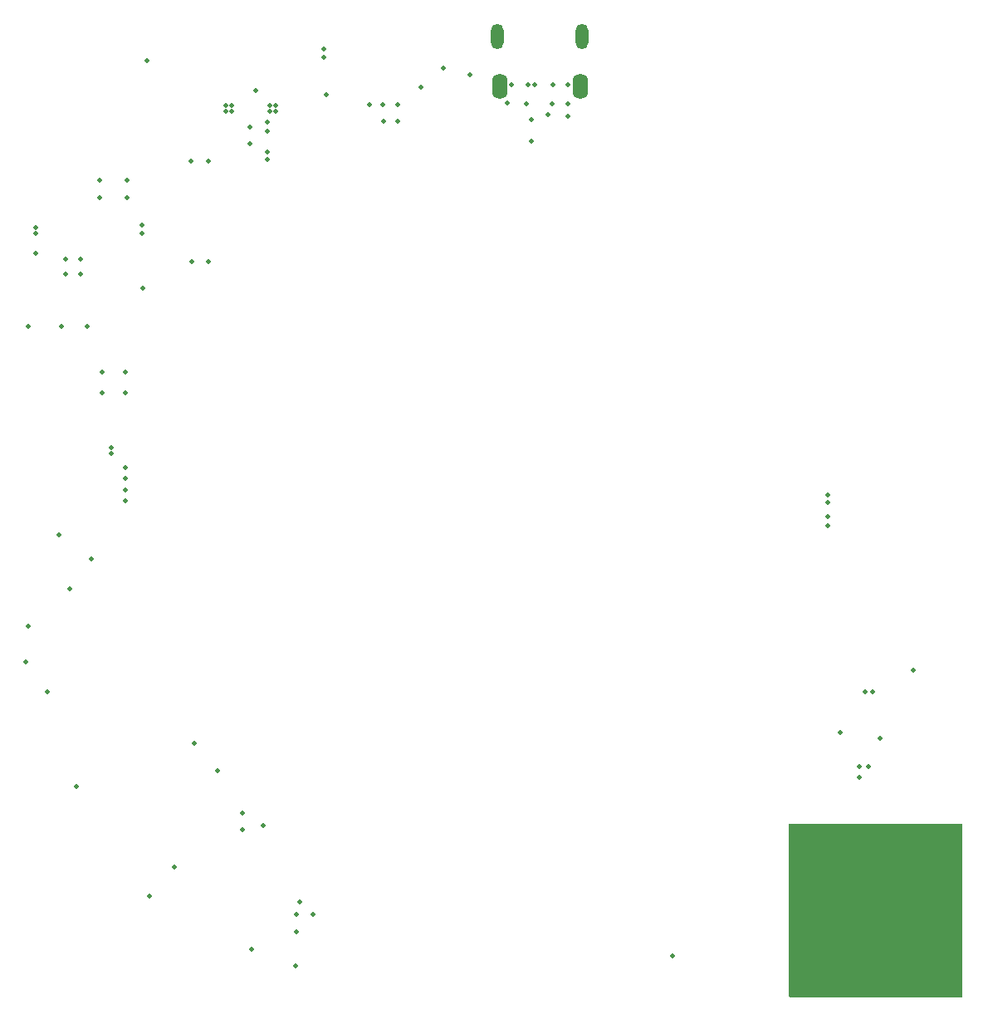
<source format=gbr>
%TF.GenerationSoftware,KiCad,Pcbnew,7.0.2*%
%TF.CreationDate,2024-06-02T17:27:24+02:00*%
%TF.ProjectId,Podgrzewacz,506f6467-727a-4657-9761-637a2e6b6963,rev?*%
%TF.SameCoordinates,Original*%
%TF.FileFunction,Copper,L4,Bot*%
%TF.FilePolarity,Positive*%
%FSLAX46Y46*%
G04 Gerber Fmt 4.6, Leading zero omitted, Abs format (unit mm)*
G04 Created by KiCad (PCBNEW 7.0.2) date 2024-06-02 17:27:24*
%MOMM*%
%LPD*%
G01*
G04 APERTURE LIST*
%TA.AperFunction,ComponentPad*%
%ADD10O,1.300000X2.600000*%
%TD*%
%TA.AperFunction,ComponentPad*%
%ADD11O,1.600000X2.600000*%
%TD*%
%TA.AperFunction,ViaPad*%
%ADD12C,0.500000*%
%TD*%
G04 APERTURE END LIST*
D10*
%TO.P,J1,P1,SHIELD*%
%TO.N,GND*%
X160940000Y-61800000D03*
%TO.P,J1,P2,SHIELD*%
X152300000Y-61800000D03*
D11*
%TO.P,J1,P3,SHIELD*%
X160750903Y-66807377D03*
%TO.P,J1,P4,SHIELD*%
X152503200Y-66850000D03*
%TD*%
D12*
%TO.N,VOUT*%
X114500000Y-78200000D03*
X112000000Y-98100000D03*
X112000000Y-96000000D03*
X111700000Y-76400000D03*
X114300000Y-96000000D03*
X114500000Y-76400000D03*
X114300000Y-98100000D03*
X111700000Y-78200000D03*
%TO.N,+3.3V*%
X122800000Y-84700000D03*
X121100000Y-84700000D03*
X122800000Y-74500000D03*
X121000000Y-74500000D03*
%TO.N,Net-(U1-SW)*%
X129100000Y-69400000D03*
X129700000Y-68800000D03*
X124600000Y-68800000D03*
X125200000Y-69400000D03*
X129700000Y-69400000D03*
X124600000Y-69400000D03*
X129100000Y-68800000D03*
X125200000Y-68800000D03*
%TO.N,Vbus*%
X140600000Y-68700000D03*
X155416812Y-66694541D03*
X142100000Y-70400000D03*
X105200000Y-83900000D03*
X140628602Y-70371398D03*
X155220000Y-68600000D03*
X142100000Y-68700000D03*
X157920000Y-66700000D03*
X157820000Y-68600000D03*
%TO.N,CC2*%
X157420000Y-69700000D03*
X156052076Y-66684497D03*
%TO.N,SensorIN*%
X192300000Y-142400000D03*
%TO.N,Net-(IC1-VCC)*%
X134600000Y-63000000D03*
X105200000Y-81800002D03*
X105200000Y-81200000D03*
X134600000Y-63900000D03*
%TO.N,Net-(Q3-G)*%
X134800000Y-67700000D03*
X139200000Y-68700000D03*
%TO.N,SensorOUT*%
X187200000Y-132700000D03*
X116800000Y-149400000D03*
%TO.N,85DEG*%
X126250001Y-142649999D03*
X104200002Y-125500000D03*
%TO.N,GND*%
X112900000Y-103700000D03*
X153320000Y-68500000D03*
X116000000Y-81800000D03*
X131700000Y-156500000D03*
X153745001Y-66700000D03*
X108700000Y-118100000D03*
X127000000Y-72700000D03*
X116100000Y-87400000D03*
X132082791Y-149974500D03*
X186000000Y-111600000D03*
X127000000Y-71000000D03*
X108200000Y-86000000D03*
X119300000Y-146400000D03*
X108200000Y-84500000D03*
X170100000Y-155500000D03*
X109800000Y-84500000D03*
X144500000Y-66900000D03*
X186000000Y-110700000D03*
X189200000Y-136200000D03*
X159420000Y-66700000D03*
X121400000Y-133800000D03*
X128400000Y-142200000D03*
X110400000Y-91300000D03*
X128800000Y-74300000D03*
X123700000Y-136600000D03*
X128800000Y-70500000D03*
X186000000Y-108500000D03*
X114300000Y-109100000D03*
X107600000Y-112600000D03*
X104400000Y-91300000D03*
X116500000Y-64200000D03*
X127200000Y-154800000D03*
X109800000Y-86000000D03*
X155770500Y-72400000D03*
X159420000Y-68600000D03*
X104400000Y-121900000D03*
X126300000Y-140900000D03*
X106400000Y-128600000D03*
X194700000Y-126400000D03*
X109300000Y-138200000D03*
X116000000Y-81000000D03*
X114300000Y-106800000D03*
X131800000Y-153000000D03*
X128800000Y-73500000D03*
X128800000Y-71400000D03*
X159420000Y-69900000D03*
X127600000Y-67300000D03*
X189800000Y-128600000D03*
X112900000Y-104300000D03*
X114300000Y-108000000D03*
X186000000Y-109300000D03*
X190500000Y-128600000D03*
X155770500Y-70200000D03*
X114300000Y-105700000D03*
X189200000Y-137300000D03*
X110900000Y-115000000D03*
X149500000Y-65700000D03*
X191300000Y-133300000D03*
X133500000Y-151300000D03*
X107800000Y-91300000D03*
X131800000Y-151300000D03*
X146800000Y-65000000D03*
X190100000Y-136200000D03*
%TD*%
%TA.AperFunction,Conductor*%
%TO.N,SensorIN*%
G36*
X199643039Y-142019685D02*
G01*
X199688794Y-142072489D01*
X199700000Y-142124000D01*
X199700000Y-159576000D01*
X199680315Y-159643039D01*
X199627511Y-159688794D01*
X199576000Y-159700000D01*
X182124000Y-159700000D01*
X182056961Y-159680315D01*
X182011206Y-159627511D01*
X182000000Y-159576000D01*
X182000000Y-142124000D01*
X182019685Y-142056961D01*
X182072489Y-142011206D01*
X182124000Y-142000000D01*
X199576000Y-142000000D01*
X199643039Y-142019685D01*
G37*
%TD.AperFunction*%
%TD*%
M02*

</source>
